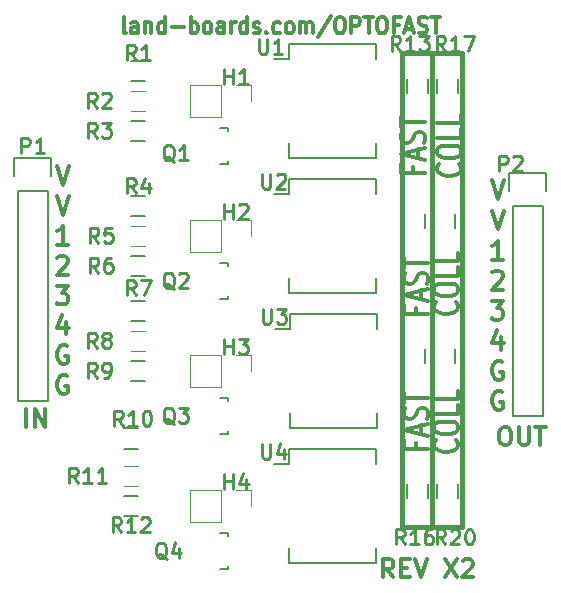
<source format=gbr>
G04 #@! TF.FileFunction,Legend,Top*
%FSLAX46Y46*%
G04 Gerber Fmt 4.6, Leading zero omitted, Abs format (unit mm)*
G04 Created by KiCad (PCBNEW (after 2015-mar-04 BZR unknown)-product) date 6/8/2017 8:03:03 AM*
%MOMM*%
G01*
G04 APERTURE LIST*
%ADD10C,0.150000*%
%ADD11C,0.381000*%
%ADD12C,0.304800*%
%ADD13C,0.120000*%
%ADD14C,0.254000*%
G04 APERTURE END LIST*
D10*
D11*
X37592000Y-3556000D02*
X37592000Y-43688000D01*
X35052000Y-43688000D02*
X35052000Y-3556000D01*
X40132000Y-43688000D02*
X35052000Y-43688000D01*
X40132000Y-3556000D02*
X40132000Y-43688000D01*
X35052000Y-3556000D02*
X40132000Y-3556000D01*
D12*
X39841714Y-12990285D02*
X39938476Y-13062856D01*
X40035238Y-13280570D01*
X40035238Y-13425713D01*
X39938476Y-13643428D01*
X39744952Y-13788570D01*
X39551429Y-13861142D01*
X39164381Y-13933713D01*
X38874095Y-13933713D01*
X38487048Y-13861142D01*
X38293524Y-13788570D01*
X38100000Y-13643428D01*
X38003238Y-13425713D01*
X38003238Y-13280570D01*
X38100000Y-13062856D01*
X38196762Y-12990285D01*
X38003238Y-12046856D02*
X38003238Y-11756570D01*
X38100000Y-11611428D01*
X38293524Y-11466285D01*
X38680571Y-11393713D01*
X39357905Y-11393713D01*
X39744952Y-11466285D01*
X39938476Y-11611428D01*
X40035238Y-11756570D01*
X40035238Y-12046856D01*
X39938476Y-12191999D01*
X39744952Y-12337142D01*
X39357905Y-12409713D01*
X38680571Y-12409713D01*
X38293524Y-12337142D01*
X38100000Y-12191999D01*
X38003238Y-12046856D01*
X40035238Y-10014857D02*
X40035238Y-10740571D01*
X38003238Y-10740571D01*
X40035238Y-8781143D02*
X40035238Y-9506857D01*
X38003238Y-9506857D01*
X39587714Y-24674285D02*
X39684476Y-24746856D01*
X39781238Y-24964570D01*
X39781238Y-25109713D01*
X39684476Y-25327428D01*
X39490952Y-25472570D01*
X39297429Y-25545142D01*
X38910381Y-25617713D01*
X38620095Y-25617713D01*
X38233048Y-25545142D01*
X38039524Y-25472570D01*
X37846000Y-25327428D01*
X37749238Y-25109713D01*
X37749238Y-24964570D01*
X37846000Y-24746856D01*
X37942762Y-24674285D01*
X37749238Y-23730856D02*
X37749238Y-23440570D01*
X37846000Y-23295428D01*
X38039524Y-23150285D01*
X38426571Y-23077713D01*
X39103905Y-23077713D01*
X39490952Y-23150285D01*
X39684476Y-23295428D01*
X39781238Y-23440570D01*
X39781238Y-23730856D01*
X39684476Y-23875999D01*
X39490952Y-24021142D01*
X39103905Y-24093713D01*
X38426571Y-24093713D01*
X38039524Y-24021142D01*
X37846000Y-23875999D01*
X37749238Y-23730856D01*
X39781238Y-21698857D02*
X39781238Y-22424571D01*
X37749238Y-22424571D01*
X39781238Y-20465143D02*
X39781238Y-21190857D01*
X37749238Y-21190857D01*
X39587714Y-36358285D02*
X39684476Y-36430856D01*
X39781238Y-36648570D01*
X39781238Y-36793713D01*
X39684476Y-37011428D01*
X39490952Y-37156570D01*
X39297429Y-37229142D01*
X38910381Y-37301713D01*
X38620095Y-37301713D01*
X38233048Y-37229142D01*
X38039524Y-37156570D01*
X37846000Y-37011428D01*
X37749238Y-36793713D01*
X37749238Y-36648570D01*
X37846000Y-36430856D01*
X37942762Y-36358285D01*
X37749238Y-35414856D02*
X37749238Y-35124570D01*
X37846000Y-34979428D01*
X38039524Y-34834285D01*
X38426571Y-34761713D01*
X39103905Y-34761713D01*
X39490952Y-34834285D01*
X39684476Y-34979428D01*
X39781238Y-35124570D01*
X39781238Y-35414856D01*
X39684476Y-35559999D01*
X39490952Y-35705142D01*
X39103905Y-35777713D01*
X38426571Y-35777713D01*
X38039524Y-35705142D01*
X37846000Y-35559999D01*
X37749238Y-35414856D01*
X39781238Y-33382857D02*
X39781238Y-34108571D01*
X37749238Y-34108571D01*
X39781238Y-32149143D02*
X39781238Y-32874857D01*
X37749238Y-32874857D01*
X35922857Y-13171715D02*
X35922857Y-13679715D01*
X36987238Y-13679715D02*
X34955238Y-13679715D01*
X34955238Y-12954001D01*
X36406667Y-12446000D02*
X36406667Y-11720286D01*
X36987238Y-12591143D02*
X34955238Y-12083143D01*
X36987238Y-11575143D01*
X36890476Y-11139714D02*
X36987238Y-10922000D01*
X36987238Y-10559143D01*
X36890476Y-10414000D01*
X36793714Y-10341429D01*
X36600190Y-10268857D01*
X36406667Y-10268857D01*
X36213143Y-10341429D01*
X36116381Y-10414000D01*
X36019619Y-10559143D01*
X35922857Y-10849429D01*
X35826095Y-10994571D01*
X35729333Y-11067143D01*
X35535810Y-11139714D01*
X35342286Y-11139714D01*
X35148762Y-11067143D01*
X35052000Y-10994571D01*
X34955238Y-10849429D01*
X34955238Y-10486571D01*
X35052000Y-10268857D01*
X34955238Y-9833428D02*
X34955238Y-8962571D01*
X36987238Y-9398000D02*
X34955238Y-9398000D01*
X36176857Y-36539715D02*
X36176857Y-37047715D01*
X37241238Y-37047715D02*
X35209238Y-37047715D01*
X35209238Y-36322001D01*
X36660667Y-35814000D02*
X36660667Y-35088286D01*
X37241238Y-35959143D02*
X35209238Y-35451143D01*
X37241238Y-34943143D01*
X37144476Y-34507714D02*
X37241238Y-34290000D01*
X37241238Y-33927143D01*
X37144476Y-33782000D01*
X37047714Y-33709429D01*
X36854190Y-33636857D01*
X36660667Y-33636857D01*
X36467143Y-33709429D01*
X36370381Y-33782000D01*
X36273619Y-33927143D01*
X36176857Y-34217429D01*
X36080095Y-34362571D01*
X35983333Y-34435143D01*
X35789810Y-34507714D01*
X35596286Y-34507714D01*
X35402762Y-34435143D01*
X35306000Y-34362571D01*
X35209238Y-34217429D01*
X35209238Y-33854571D01*
X35306000Y-33636857D01*
X35209238Y-33201428D02*
X35209238Y-32330571D01*
X37241238Y-32766000D02*
X35209238Y-32766000D01*
X36176857Y-25109715D02*
X36176857Y-25617715D01*
X37241238Y-25617715D02*
X35209238Y-25617715D01*
X35209238Y-24892001D01*
X36660667Y-24384000D02*
X36660667Y-23658286D01*
X37241238Y-24529143D02*
X35209238Y-24021143D01*
X37241238Y-23513143D01*
X37144476Y-23077714D02*
X37241238Y-22860000D01*
X37241238Y-22497143D01*
X37144476Y-22352000D01*
X37047714Y-22279429D01*
X36854190Y-22206857D01*
X36660667Y-22206857D01*
X36467143Y-22279429D01*
X36370381Y-22352000D01*
X36273619Y-22497143D01*
X36176857Y-22787429D01*
X36080095Y-22932571D01*
X35983333Y-23005143D01*
X35789810Y-23077714D01*
X35596286Y-23077714D01*
X35402762Y-23005143D01*
X35306000Y-22932571D01*
X35209238Y-22787429D01*
X35209238Y-22424571D01*
X35306000Y-22206857D01*
X35209238Y-21771428D02*
X35209238Y-20900571D01*
X37241238Y-21336000D02*
X35209238Y-21336000D01*
X43628001Y-35243429D02*
X43918287Y-35243429D01*
X44063429Y-35316000D01*
X44208572Y-35461143D01*
X44281144Y-35751429D01*
X44281144Y-36259429D01*
X44208572Y-36549714D01*
X44063429Y-36694857D01*
X43918287Y-36767429D01*
X43628001Y-36767429D01*
X43482858Y-36694857D01*
X43337715Y-36549714D01*
X43265144Y-36259429D01*
X43265144Y-35751429D01*
X43337715Y-35461143D01*
X43482858Y-35316000D01*
X43628001Y-35243429D01*
X44934286Y-35243429D02*
X44934286Y-36477143D01*
X45006858Y-36622286D01*
X45079429Y-36694857D01*
X45224572Y-36767429D01*
X45514858Y-36767429D01*
X45660000Y-36694857D01*
X45732572Y-36622286D01*
X45805143Y-36477143D01*
X45805143Y-35243429D01*
X46313143Y-35243429D02*
X47184000Y-35243429D01*
X46748571Y-36767429D02*
X46748571Y-35243429D01*
X3205715Y-35243429D02*
X3205715Y-33719429D01*
X3931429Y-35243429D02*
X3931429Y-33719429D01*
X4802286Y-35243429D01*
X4802286Y-33719429D01*
X42612000Y-14355920D02*
X43120000Y-15956120D01*
X43628000Y-14355920D01*
X42612000Y-16901000D02*
X43120000Y-18501200D01*
X43628000Y-16901000D01*
X43555429Y-21046280D02*
X42684572Y-21046280D01*
X43120000Y-21046280D02*
X43120000Y-19446080D01*
X42974857Y-19674680D01*
X42829715Y-19827080D01*
X42684572Y-19903280D01*
X42684572Y-22143560D02*
X42757143Y-22067360D01*
X42902286Y-21991160D01*
X43265143Y-21991160D01*
X43410286Y-22067360D01*
X43482857Y-22143560D01*
X43555429Y-22295960D01*
X43555429Y-22448360D01*
X43482857Y-22676960D01*
X42612000Y-23591360D01*
X43555429Y-23591360D01*
X42612000Y-24536240D02*
X43555429Y-24536240D01*
X43047429Y-25145840D01*
X43265143Y-25145840D01*
X43410286Y-25222040D01*
X43482857Y-25298240D01*
X43555429Y-25450640D01*
X43555429Y-25831640D01*
X43482857Y-25984040D01*
X43410286Y-26060240D01*
X43265143Y-26136440D01*
X42829715Y-26136440D01*
X42684572Y-26060240D01*
X42612000Y-25984040D01*
X43410286Y-27614720D02*
X43410286Y-28681520D01*
X43047429Y-27005120D02*
X42684572Y-28148120D01*
X43628000Y-28148120D01*
X43519143Y-29702600D02*
X43374000Y-29626400D01*
X43156286Y-29626400D01*
X42938571Y-29702600D01*
X42793429Y-29855000D01*
X42720857Y-30007400D01*
X42648286Y-30312200D01*
X42648286Y-30540800D01*
X42720857Y-30845600D01*
X42793429Y-30998000D01*
X42938571Y-31150400D01*
X43156286Y-31226600D01*
X43301429Y-31226600D01*
X43519143Y-31150400D01*
X43591714Y-31074200D01*
X43591714Y-30540800D01*
X43301429Y-30540800D01*
X43519143Y-32247680D02*
X43374000Y-32171480D01*
X43156286Y-32171480D01*
X42938571Y-32247680D01*
X42793429Y-32400080D01*
X42720857Y-32552480D01*
X42648286Y-32857280D01*
X42648286Y-33085880D01*
X42720857Y-33390680D01*
X42793429Y-33543080D01*
X42938571Y-33695480D01*
X43156286Y-33771680D01*
X43301429Y-33771680D01*
X43519143Y-33695480D01*
X43591714Y-33619280D01*
X43591714Y-33085880D01*
X43301429Y-33085880D01*
X5782000Y-13155105D02*
X6290000Y-14742605D01*
X6798000Y-13155105D01*
X5782000Y-15682405D02*
X6290000Y-17269905D01*
X6798000Y-15682405D01*
X6725429Y-19797205D02*
X5854572Y-19797205D01*
X6290000Y-19797205D02*
X6290000Y-18209705D01*
X6144857Y-18436490D01*
X5999715Y-18587681D01*
X5854572Y-18663276D01*
X5854572Y-20888195D02*
X5927143Y-20812600D01*
X6072286Y-20737005D01*
X6435143Y-20737005D01*
X6580286Y-20812600D01*
X6652857Y-20888195D01*
X6725429Y-21039386D01*
X6725429Y-21190576D01*
X6652857Y-21417362D01*
X5782000Y-22324505D01*
X6725429Y-22324505D01*
X5782000Y-23264305D02*
X6725429Y-23264305D01*
X6217429Y-23869067D01*
X6435143Y-23869067D01*
X6580286Y-23944662D01*
X6652857Y-24020257D01*
X6725429Y-24171448D01*
X6725429Y-24549424D01*
X6652857Y-24700614D01*
X6580286Y-24776210D01*
X6435143Y-24851805D01*
X5999715Y-24851805D01*
X5854572Y-24776210D01*
X5782000Y-24700614D01*
X6580286Y-26320771D02*
X6580286Y-27379105D01*
X6217429Y-25716010D02*
X5854572Y-26849938D01*
X6798000Y-26849938D01*
X6689143Y-28394500D02*
X6544000Y-28318905D01*
X6326286Y-28318905D01*
X6108571Y-28394500D01*
X5963429Y-28545690D01*
X5890857Y-28696881D01*
X5818286Y-28999262D01*
X5818286Y-29226048D01*
X5890857Y-29528429D01*
X5963429Y-29679619D01*
X6108571Y-29830810D01*
X6326286Y-29906405D01*
X6471429Y-29906405D01*
X6689143Y-29830810D01*
X6761714Y-29755214D01*
X6761714Y-29226048D01*
X6471429Y-29226048D01*
X6689143Y-30921800D02*
X6544000Y-30846205D01*
X6326286Y-30846205D01*
X6108571Y-30921800D01*
X5963429Y-31072990D01*
X5890857Y-31224181D01*
X5818286Y-31526562D01*
X5818286Y-31753348D01*
X5890857Y-32055729D01*
X5963429Y-32206919D01*
X6108571Y-32358110D01*
X6326286Y-32433705D01*
X6471429Y-32433705D01*
X6689143Y-32358110D01*
X6761714Y-32282514D01*
X6761714Y-31753348D01*
X6471429Y-31753348D01*
X11641667Y-1901976D02*
X11520714Y-1835452D01*
X11460238Y-1702405D01*
X11460238Y-504976D01*
X12669762Y-1901976D02*
X12669762Y-1170214D01*
X12609285Y-1037167D01*
X12488333Y-970643D01*
X12246428Y-970643D01*
X12125476Y-1037167D01*
X12669762Y-1835452D02*
X12548809Y-1901976D01*
X12246428Y-1901976D01*
X12125476Y-1835452D01*
X12065000Y-1702405D01*
X12065000Y-1569357D01*
X12125476Y-1436310D01*
X12246428Y-1369786D01*
X12548809Y-1369786D01*
X12669762Y-1303262D01*
X13274524Y-970643D02*
X13274524Y-1901976D01*
X13274524Y-1103690D02*
X13335000Y-1037167D01*
X13455953Y-970643D01*
X13637381Y-970643D01*
X13758333Y-1037167D01*
X13818810Y-1170214D01*
X13818810Y-1901976D01*
X14967858Y-1901976D02*
X14967858Y-504976D01*
X14967858Y-1835452D02*
X14846905Y-1901976D01*
X14605001Y-1901976D01*
X14484048Y-1835452D01*
X14423572Y-1768929D01*
X14363096Y-1635881D01*
X14363096Y-1236738D01*
X14423572Y-1103690D01*
X14484048Y-1037167D01*
X14605001Y-970643D01*
X14846905Y-970643D01*
X14967858Y-1037167D01*
X15572620Y-1369786D02*
X16540239Y-1369786D01*
X17145001Y-1901976D02*
X17145001Y-504976D01*
X17145001Y-1037167D02*
X17265953Y-970643D01*
X17507858Y-970643D01*
X17628810Y-1037167D01*
X17689287Y-1103690D01*
X17749763Y-1236738D01*
X17749763Y-1635881D01*
X17689287Y-1768929D01*
X17628810Y-1835452D01*
X17507858Y-1901976D01*
X17265953Y-1901976D01*
X17145001Y-1835452D01*
X18475478Y-1901976D02*
X18354525Y-1835452D01*
X18294049Y-1768929D01*
X18233573Y-1635881D01*
X18233573Y-1236738D01*
X18294049Y-1103690D01*
X18354525Y-1037167D01*
X18475478Y-970643D01*
X18656906Y-970643D01*
X18777858Y-1037167D01*
X18838335Y-1103690D01*
X18898811Y-1236738D01*
X18898811Y-1635881D01*
X18838335Y-1768929D01*
X18777858Y-1835452D01*
X18656906Y-1901976D01*
X18475478Y-1901976D01*
X19987383Y-1901976D02*
X19987383Y-1170214D01*
X19926906Y-1037167D01*
X19805954Y-970643D01*
X19564049Y-970643D01*
X19443097Y-1037167D01*
X19987383Y-1835452D02*
X19866430Y-1901976D01*
X19564049Y-1901976D01*
X19443097Y-1835452D01*
X19382621Y-1702405D01*
X19382621Y-1569357D01*
X19443097Y-1436310D01*
X19564049Y-1369786D01*
X19866430Y-1369786D01*
X19987383Y-1303262D01*
X20592145Y-1901976D02*
X20592145Y-970643D01*
X20592145Y-1236738D02*
X20652621Y-1103690D01*
X20713097Y-1037167D01*
X20834050Y-970643D01*
X20955002Y-970643D01*
X21922621Y-1901976D02*
X21922621Y-504976D01*
X21922621Y-1835452D02*
X21801668Y-1901976D01*
X21559764Y-1901976D01*
X21438811Y-1835452D01*
X21378335Y-1768929D01*
X21317859Y-1635881D01*
X21317859Y-1236738D01*
X21378335Y-1103690D01*
X21438811Y-1037167D01*
X21559764Y-970643D01*
X21801668Y-970643D01*
X21922621Y-1037167D01*
X22466907Y-1835452D02*
X22587859Y-1901976D01*
X22829764Y-1901976D01*
X22950716Y-1835452D01*
X23011192Y-1702405D01*
X23011192Y-1635881D01*
X22950716Y-1502833D01*
X22829764Y-1436310D01*
X22648335Y-1436310D01*
X22527383Y-1369786D01*
X22466907Y-1236738D01*
X22466907Y-1170214D01*
X22527383Y-1037167D01*
X22648335Y-970643D01*
X22829764Y-970643D01*
X22950716Y-1037167D01*
X23555478Y-1768929D02*
X23615954Y-1835452D01*
X23555478Y-1901976D01*
X23495002Y-1835452D01*
X23555478Y-1768929D01*
X23555478Y-1901976D01*
X24704526Y-1835452D02*
X24583573Y-1901976D01*
X24341669Y-1901976D01*
X24220716Y-1835452D01*
X24160240Y-1768929D01*
X24099764Y-1635881D01*
X24099764Y-1236738D01*
X24160240Y-1103690D01*
X24220716Y-1037167D01*
X24341669Y-970643D01*
X24583573Y-970643D01*
X24704526Y-1037167D01*
X25430240Y-1901976D02*
X25309287Y-1835452D01*
X25248811Y-1768929D01*
X25188335Y-1635881D01*
X25188335Y-1236738D01*
X25248811Y-1103690D01*
X25309287Y-1037167D01*
X25430240Y-970643D01*
X25611668Y-970643D01*
X25732620Y-1037167D01*
X25793097Y-1103690D01*
X25853573Y-1236738D01*
X25853573Y-1635881D01*
X25793097Y-1768929D01*
X25732620Y-1835452D01*
X25611668Y-1901976D01*
X25430240Y-1901976D01*
X26397859Y-1901976D02*
X26397859Y-970643D01*
X26397859Y-1103690D02*
X26458335Y-1037167D01*
X26579288Y-970643D01*
X26760716Y-970643D01*
X26881668Y-1037167D01*
X26942145Y-1170214D01*
X26942145Y-1901976D01*
X26942145Y-1170214D02*
X27002621Y-1037167D01*
X27123573Y-970643D01*
X27305002Y-970643D01*
X27425954Y-1037167D01*
X27486430Y-1170214D01*
X27486430Y-1901976D01*
X28998335Y-438452D02*
X27909763Y-2234595D01*
X29663573Y-504976D02*
X29905477Y-504976D01*
X30026430Y-571500D01*
X30147382Y-704548D01*
X30207858Y-970643D01*
X30207858Y-1436310D01*
X30147382Y-1702405D01*
X30026430Y-1835452D01*
X29905477Y-1901976D01*
X29663573Y-1901976D01*
X29542620Y-1835452D01*
X29421668Y-1702405D01*
X29361192Y-1436310D01*
X29361192Y-970643D01*
X29421668Y-704548D01*
X29542620Y-571500D01*
X29663573Y-504976D01*
X30752144Y-1901976D02*
X30752144Y-504976D01*
X31235953Y-504976D01*
X31356906Y-571500D01*
X31417382Y-638024D01*
X31477858Y-771071D01*
X31477858Y-970643D01*
X31417382Y-1103690D01*
X31356906Y-1170214D01*
X31235953Y-1236738D01*
X30752144Y-1236738D01*
X31840715Y-504976D02*
X32566430Y-504976D01*
X32203573Y-1901976D02*
X32203573Y-504976D01*
X33231668Y-504976D02*
X33473572Y-504976D01*
X33594525Y-571500D01*
X33715477Y-704548D01*
X33775953Y-970643D01*
X33775953Y-1436310D01*
X33715477Y-1702405D01*
X33594525Y-1835452D01*
X33473572Y-1901976D01*
X33231668Y-1901976D01*
X33110715Y-1835452D01*
X32989763Y-1702405D01*
X32929287Y-1436310D01*
X32929287Y-970643D01*
X32989763Y-704548D01*
X33110715Y-571500D01*
X33231668Y-504976D01*
X34743572Y-1170214D02*
X34320239Y-1170214D01*
X34320239Y-1901976D02*
X34320239Y-504976D01*
X34925001Y-504976D01*
X35348334Y-1502833D02*
X35953096Y-1502833D01*
X35227381Y-1901976D02*
X35650715Y-504976D01*
X36074048Y-1901976D01*
X36436905Y-1835452D02*
X36618333Y-1901976D01*
X36920714Y-1901976D01*
X37041667Y-1835452D01*
X37102143Y-1768929D01*
X37162619Y-1635881D01*
X37162619Y-1502833D01*
X37102143Y-1369786D01*
X37041667Y-1303262D01*
X36920714Y-1236738D01*
X36678810Y-1170214D01*
X36557857Y-1103690D01*
X36497381Y-1037167D01*
X36436905Y-904119D01*
X36436905Y-771071D01*
X36497381Y-638024D01*
X36557857Y-571500D01*
X36678810Y-504976D01*
X36981190Y-504976D01*
X37162619Y-571500D01*
X37525476Y-504976D02*
X38251191Y-504976D01*
X37888334Y-1901976D02*
X37888334Y-504976D01*
X34308142Y-47933429D02*
X33800142Y-47207714D01*
X33437285Y-47933429D02*
X33437285Y-46409429D01*
X34017857Y-46409429D01*
X34162999Y-46482000D01*
X34235571Y-46554571D01*
X34308142Y-46699714D01*
X34308142Y-46917429D01*
X34235571Y-47062571D01*
X34162999Y-47135143D01*
X34017857Y-47207714D01*
X33437285Y-47207714D01*
X34961285Y-47135143D02*
X35469285Y-47135143D01*
X35686999Y-47933429D02*
X34961285Y-47933429D01*
X34961285Y-46409429D01*
X35686999Y-46409429D01*
X36122428Y-46409429D02*
X36630428Y-47933429D01*
X37138428Y-46409429D01*
X38662428Y-46409429D02*
X39678428Y-47933429D01*
X39678428Y-46409429D02*
X38662428Y-47933429D01*
X40186429Y-46554571D02*
X40259000Y-46482000D01*
X40404143Y-46409429D01*
X40767000Y-46409429D01*
X40912143Y-46482000D01*
X40984714Y-46554571D01*
X41057286Y-46699714D01*
X41057286Y-46844857D01*
X40984714Y-47062571D01*
X40113857Y-47933429D01*
X41057286Y-47933429D01*
D10*
X13300000Y-5955000D02*
X12100000Y-5955000D01*
X12100000Y-4205000D02*
X13300000Y-4205000D01*
X39737000Y-5750000D02*
X39737000Y-6950000D01*
X37987000Y-6950000D02*
X37987000Y-5750000D01*
X13300000Y-17385000D02*
X12100000Y-17385000D01*
X12100000Y-15635000D02*
X13300000Y-15635000D01*
X39483000Y-17180000D02*
X39483000Y-18380000D01*
X37733000Y-18380000D02*
X37733000Y-17180000D01*
X13300000Y-26275000D02*
X12100000Y-26275000D01*
X12100000Y-24525000D02*
X13300000Y-24525000D01*
X39483000Y-28610000D02*
X39483000Y-29810000D01*
X37733000Y-29810000D02*
X37733000Y-28610000D01*
X12665000Y-37070000D02*
X11465000Y-37070000D01*
X11465000Y-35320000D02*
X12665000Y-35320000D01*
X39737000Y-40040000D02*
X39737000Y-41240000D01*
X37987000Y-41240000D02*
X37987000Y-40040000D01*
X25475000Y-2795000D02*
X25475000Y-4065000D01*
X32825000Y-2795000D02*
X32825000Y-4065000D01*
X32825000Y-12465000D02*
X32825000Y-11195000D01*
X25475000Y-12465000D02*
X25475000Y-11195000D01*
X25475000Y-2795000D02*
X32825000Y-2795000D01*
X25475000Y-12465000D02*
X32825000Y-12465000D01*
X25475000Y-4065000D02*
X24190000Y-4065000D01*
X25475000Y-14225000D02*
X25475000Y-15495000D01*
X32825000Y-14225000D02*
X32825000Y-15495000D01*
X32825000Y-23895000D02*
X32825000Y-22625000D01*
X25475000Y-23895000D02*
X25475000Y-22625000D01*
X25475000Y-14225000D02*
X32825000Y-14225000D01*
X25475000Y-23895000D02*
X32825000Y-23895000D01*
X25475000Y-15495000D02*
X24190000Y-15495000D01*
X25535000Y-25645000D02*
X25535000Y-26915000D01*
X32885000Y-25645000D02*
X32885000Y-26915000D01*
X32885000Y-35315000D02*
X32885000Y-34045000D01*
X25535000Y-35315000D02*
X25535000Y-34045000D01*
X25535000Y-25645000D02*
X32885000Y-25645000D01*
X25535000Y-35315000D02*
X32885000Y-35315000D01*
X25535000Y-26915000D02*
X24250000Y-26915000D01*
X25475000Y-37085000D02*
X25475000Y-38355000D01*
X32825000Y-37085000D02*
X32825000Y-38355000D01*
X32825000Y-46755000D02*
X32825000Y-45485000D01*
X25475000Y-46755000D02*
X25475000Y-45485000D01*
X25475000Y-37085000D02*
X32825000Y-37085000D01*
X25475000Y-46755000D02*
X32825000Y-46755000D01*
X25475000Y-38355000D02*
X24190000Y-38355000D01*
X19634200Y-9930180D02*
X20335240Y-9930180D01*
X20335240Y-9930180D02*
X20335240Y-10179100D01*
X20335240Y-12729160D02*
X20335240Y-12929820D01*
X20335240Y-12929820D02*
X19634200Y-12929820D01*
X19634200Y-21360180D02*
X20335240Y-21360180D01*
X20335240Y-21360180D02*
X20335240Y-21609100D01*
X20335240Y-24159160D02*
X20335240Y-24359820D01*
X20335240Y-24359820D02*
X19634200Y-24359820D01*
X19634200Y-32790180D02*
X20335240Y-32790180D01*
X20335240Y-32790180D02*
X20335240Y-33039100D01*
X20335240Y-35589160D02*
X20335240Y-35789820D01*
X20335240Y-35789820D02*
X19634200Y-35789820D01*
X19634200Y-44220180D02*
X20335240Y-44220180D01*
X20335240Y-44220180D02*
X20335240Y-44469100D01*
X20335240Y-47019160D02*
X20335240Y-47219820D01*
X20335240Y-47219820D02*
X19634200Y-47219820D01*
X5020000Y-15250000D02*
X5020000Y-33030000D01*
X5020000Y-33030000D02*
X2480000Y-33030000D01*
X2480000Y-33030000D02*
X2480000Y-15250000D01*
X5300000Y-12430000D02*
X5300000Y-13980000D01*
X5020000Y-15250000D02*
X2480000Y-15250000D01*
X2200000Y-13980000D02*
X2200000Y-12430000D01*
X2200000Y-12430000D02*
X5300000Y-12430000D01*
X46930000Y-16520000D02*
X46930000Y-34300000D01*
X46930000Y-34300000D02*
X44390000Y-34300000D01*
X44390000Y-34300000D02*
X44390000Y-16520000D01*
X47210000Y-13700000D02*
X47210000Y-15250000D01*
X46930000Y-16520000D02*
X44390000Y-16520000D01*
X44110000Y-15250000D02*
X44110000Y-13700000D01*
X44110000Y-13700000D02*
X47210000Y-13700000D01*
X35447000Y-6950000D02*
X35447000Y-5750000D01*
X37197000Y-5750000D02*
X37197000Y-6950000D01*
X35193000Y-18380000D02*
X35193000Y-17180000D01*
X36943000Y-17180000D02*
X36943000Y-18380000D01*
X35193000Y-29810000D02*
X35193000Y-28610000D01*
X36943000Y-28610000D02*
X36943000Y-29810000D01*
X35447000Y-41240000D02*
X35447000Y-40040000D01*
X37197000Y-40040000D02*
X37197000Y-41240000D01*
X13300000Y-11035000D02*
X12100000Y-11035000D01*
X12100000Y-9285000D02*
X13300000Y-9285000D01*
X13300000Y-22465000D02*
X12100000Y-22465000D01*
X12100000Y-20715000D02*
X13300000Y-20715000D01*
X13300000Y-31355000D02*
X12100000Y-31355000D01*
X12100000Y-29605000D02*
X13300000Y-29605000D01*
X12665000Y-42785000D02*
X11465000Y-42785000D01*
X11465000Y-41035000D02*
X12665000Y-41035000D01*
D13*
X19685000Y-6290000D02*
X17085000Y-6290000D01*
X17085000Y-6290000D02*
X17085000Y-8950000D01*
X17085000Y-8950000D02*
X19685000Y-8950000D01*
X19685000Y-8950000D02*
X19685000Y-6290000D01*
X20955000Y-6290000D02*
X22285000Y-6290000D01*
X22285000Y-6290000D02*
X22285000Y-7620000D01*
X19685000Y-17720000D02*
X17085000Y-17720000D01*
X17085000Y-17720000D02*
X17085000Y-20380000D01*
X17085000Y-20380000D02*
X19685000Y-20380000D01*
X19685000Y-20380000D02*
X19685000Y-17720000D01*
X20955000Y-17720000D02*
X22285000Y-17720000D01*
X22285000Y-17720000D02*
X22285000Y-19050000D01*
X19685000Y-29150000D02*
X17085000Y-29150000D01*
X17085000Y-29150000D02*
X17085000Y-31810000D01*
X17085000Y-31810000D02*
X19685000Y-31810000D01*
X19685000Y-31810000D02*
X19685000Y-29150000D01*
X20955000Y-29150000D02*
X22285000Y-29150000D01*
X22285000Y-29150000D02*
X22285000Y-30480000D01*
X19685000Y-40580000D02*
X17085000Y-40580000D01*
X17085000Y-40580000D02*
X17085000Y-43240000D01*
X17085000Y-43240000D02*
X19685000Y-43240000D01*
X19685000Y-43240000D02*
X19685000Y-40580000D01*
X20955000Y-40580000D02*
X22285000Y-40580000D01*
X22285000Y-40580000D02*
X22285000Y-41910000D01*
X13300000Y-8500000D02*
X12100000Y-8500000D01*
X12100000Y-6740000D02*
X13300000Y-6740000D01*
X13300000Y-19930000D02*
X12100000Y-19930000D01*
X12100000Y-18170000D02*
X13300000Y-18170000D01*
X13300000Y-28820000D02*
X12100000Y-28820000D01*
X12100000Y-27060000D02*
X13300000Y-27060000D01*
X12665000Y-40250000D02*
X11465000Y-40250000D01*
X11465000Y-38490000D02*
X12665000Y-38490000D01*
D14*
X12488333Y-4130524D02*
X12065000Y-3525762D01*
X11762619Y-4130524D02*
X11762619Y-2860524D01*
X12246428Y-2860524D01*
X12367381Y-2921000D01*
X12427857Y-2981476D01*
X12488333Y-3102429D01*
X12488333Y-3283857D01*
X12427857Y-3404810D01*
X12367381Y-3465286D01*
X12246428Y-3525762D01*
X11762619Y-3525762D01*
X13697857Y-4130524D02*
X12972143Y-4130524D01*
X13335000Y-4130524D02*
X13335000Y-2860524D01*
X13214048Y-3041952D01*
X13093095Y-3162905D01*
X12972143Y-3223381D01*
X38680571Y-3368524D02*
X38257238Y-2763762D01*
X37954857Y-3368524D02*
X37954857Y-2098524D01*
X38438666Y-2098524D01*
X38559619Y-2159000D01*
X38620095Y-2219476D01*
X38680571Y-2340429D01*
X38680571Y-2521857D01*
X38620095Y-2642810D01*
X38559619Y-2703286D01*
X38438666Y-2763762D01*
X37954857Y-2763762D01*
X39890095Y-3368524D02*
X39164381Y-3368524D01*
X39527238Y-3368524D02*
X39527238Y-2098524D01*
X39406286Y-2279952D01*
X39285333Y-2400905D01*
X39164381Y-2461381D01*
X40313429Y-2098524D02*
X41160095Y-2098524D01*
X40615810Y-3368524D01*
X12488333Y-15433524D02*
X12065000Y-14828762D01*
X11762619Y-15433524D02*
X11762619Y-14163524D01*
X12246428Y-14163524D01*
X12367381Y-14224000D01*
X12427857Y-14284476D01*
X12488333Y-14405429D01*
X12488333Y-14586857D01*
X12427857Y-14707810D01*
X12367381Y-14768286D01*
X12246428Y-14828762D01*
X11762619Y-14828762D01*
X13576905Y-14586857D02*
X13576905Y-15433524D01*
X13274524Y-14103048D02*
X12972143Y-15010190D01*
X13758333Y-15010190D01*
X12488333Y-24069524D02*
X12065000Y-23464762D01*
X11762619Y-24069524D02*
X11762619Y-22799524D01*
X12246428Y-22799524D01*
X12367381Y-22860000D01*
X12427857Y-22920476D01*
X12488333Y-23041429D01*
X12488333Y-23222857D01*
X12427857Y-23343810D01*
X12367381Y-23404286D01*
X12246428Y-23464762D01*
X11762619Y-23464762D01*
X12911667Y-22799524D02*
X13758333Y-22799524D01*
X13214048Y-24069524D01*
X11375571Y-35118524D02*
X10952238Y-34513762D01*
X10649857Y-35118524D02*
X10649857Y-33848524D01*
X11133666Y-33848524D01*
X11254619Y-33909000D01*
X11315095Y-33969476D01*
X11375571Y-34090429D01*
X11375571Y-34271857D01*
X11315095Y-34392810D01*
X11254619Y-34453286D01*
X11133666Y-34513762D01*
X10649857Y-34513762D01*
X12585095Y-35118524D02*
X11859381Y-35118524D01*
X12222238Y-35118524D02*
X12222238Y-33848524D01*
X12101286Y-34029952D01*
X11980333Y-34150905D01*
X11859381Y-34211381D01*
X13371286Y-33848524D02*
X13492238Y-33848524D01*
X13613190Y-33909000D01*
X13673667Y-33969476D01*
X13734143Y-34090429D01*
X13794619Y-34332333D01*
X13794619Y-34634714D01*
X13734143Y-34876619D01*
X13673667Y-34997571D01*
X13613190Y-35058048D01*
X13492238Y-35118524D01*
X13371286Y-35118524D01*
X13250333Y-35058048D01*
X13189857Y-34997571D01*
X13129381Y-34876619D01*
X13068905Y-34634714D01*
X13068905Y-34332333D01*
X13129381Y-34090429D01*
X13189857Y-33969476D01*
X13250333Y-33909000D01*
X13371286Y-33848524D01*
X38680571Y-45151524D02*
X38257238Y-44546762D01*
X37954857Y-45151524D02*
X37954857Y-43881524D01*
X38438666Y-43881524D01*
X38559619Y-43942000D01*
X38620095Y-44002476D01*
X38680571Y-44123429D01*
X38680571Y-44304857D01*
X38620095Y-44425810D01*
X38559619Y-44486286D01*
X38438666Y-44546762D01*
X37954857Y-44546762D01*
X39164381Y-44002476D02*
X39224857Y-43942000D01*
X39345809Y-43881524D01*
X39648190Y-43881524D01*
X39769143Y-43942000D01*
X39829619Y-44002476D01*
X39890095Y-44123429D01*
X39890095Y-44244381D01*
X39829619Y-44425810D01*
X39103905Y-45151524D01*
X39890095Y-45151524D01*
X40676286Y-43881524D02*
X40797238Y-43881524D01*
X40918190Y-43942000D01*
X40978667Y-44002476D01*
X41039143Y-44123429D01*
X41099619Y-44365333D01*
X41099619Y-44667714D01*
X41039143Y-44909619D01*
X40978667Y-45030571D01*
X40918190Y-45091048D01*
X40797238Y-45151524D01*
X40676286Y-45151524D01*
X40555333Y-45091048D01*
X40494857Y-45030571D01*
X40434381Y-44909619D01*
X40373905Y-44667714D01*
X40373905Y-44365333D01*
X40434381Y-44123429D01*
X40494857Y-44002476D01*
X40555333Y-43942000D01*
X40676286Y-43881524D01*
X22908381Y-2352524D02*
X22908381Y-3380619D01*
X22968857Y-3501571D01*
X23029333Y-3562048D01*
X23150286Y-3622524D01*
X23392190Y-3622524D01*
X23513143Y-3562048D01*
X23573619Y-3501571D01*
X23634095Y-3380619D01*
X23634095Y-2352524D01*
X24904095Y-3622524D02*
X24178381Y-3622524D01*
X24541238Y-3622524D02*
X24541238Y-2352524D01*
X24420286Y-2533952D01*
X24299333Y-2654905D01*
X24178381Y-2715381D01*
X23162381Y-13782524D02*
X23162381Y-14810619D01*
X23222857Y-14931571D01*
X23283333Y-14992048D01*
X23404286Y-15052524D01*
X23646190Y-15052524D01*
X23767143Y-14992048D01*
X23827619Y-14931571D01*
X23888095Y-14810619D01*
X23888095Y-13782524D01*
X24432381Y-13903476D02*
X24492857Y-13843000D01*
X24613809Y-13782524D01*
X24916190Y-13782524D01*
X25037143Y-13843000D01*
X25097619Y-13903476D01*
X25158095Y-14024429D01*
X25158095Y-14145381D01*
X25097619Y-14326810D01*
X24371905Y-15052524D01*
X25158095Y-15052524D01*
X23222381Y-25202524D02*
X23222381Y-26230619D01*
X23282857Y-26351571D01*
X23343333Y-26412048D01*
X23464286Y-26472524D01*
X23706190Y-26472524D01*
X23827143Y-26412048D01*
X23887619Y-26351571D01*
X23948095Y-26230619D01*
X23948095Y-25202524D01*
X24431905Y-25202524D02*
X25218095Y-25202524D01*
X24794762Y-25686333D01*
X24976190Y-25686333D01*
X25097143Y-25746810D01*
X25157619Y-25807286D01*
X25218095Y-25928238D01*
X25218095Y-26230619D01*
X25157619Y-26351571D01*
X25097143Y-26412048D01*
X24976190Y-26472524D01*
X24613333Y-26472524D01*
X24492381Y-26412048D01*
X24431905Y-26351571D01*
X23162381Y-36642524D02*
X23162381Y-37670619D01*
X23222857Y-37791571D01*
X23283333Y-37852048D01*
X23404286Y-37912524D01*
X23646190Y-37912524D01*
X23767143Y-37852048D01*
X23827619Y-37791571D01*
X23888095Y-37670619D01*
X23888095Y-36642524D01*
X25037143Y-37065857D02*
X25037143Y-37912524D01*
X24734762Y-36582048D02*
X24432381Y-37489190D01*
X25218571Y-37489190D01*
X15754048Y-12760476D02*
X15633095Y-12700000D01*
X15512143Y-12579048D01*
X15330714Y-12397619D01*
X15209762Y-12337143D01*
X15088810Y-12337143D01*
X15149286Y-12639524D02*
X15028333Y-12579048D01*
X14907381Y-12458095D01*
X14846905Y-12216190D01*
X14846905Y-11792857D01*
X14907381Y-11550952D01*
X15028333Y-11430000D01*
X15149286Y-11369524D01*
X15391190Y-11369524D01*
X15512143Y-11430000D01*
X15633095Y-11550952D01*
X15693571Y-11792857D01*
X15693571Y-12216190D01*
X15633095Y-12458095D01*
X15512143Y-12579048D01*
X15391190Y-12639524D01*
X15149286Y-12639524D01*
X16903095Y-12639524D02*
X16177381Y-12639524D01*
X16540238Y-12639524D02*
X16540238Y-11369524D01*
X16419286Y-11550952D01*
X16298333Y-11671905D01*
X16177381Y-11732381D01*
X15754048Y-23555476D02*
X15633095Y-23495000D01*
X15512143Y-23374048D01*
X15330714Y-23192619D01*
X15209762Y-23132143D01*
X15088810Y-23132143D01*
X15149286Y-23434524D02*
X15028333Y-23374048D01*
X14907381Y-23253095D01*
X14846905Y-23011190D01*
X14846905Y-22587857D01*
X14907381Y-22345952D01*
X15028333Y-22225000D01*
X15149286Y-22164524D01*
X15391190Y-22164524D01*
X15512143Y-22225000D01*
X15633095Y-22345952D01*
X15693571Y-22587857D01*
X15693571Y-23011190D01*
X15633095Y-23253095D01*
X15512143Y-23374048D01*
X15391190Y-23434524D01*
X15149286Y-23434524D01*
X16177381Y-22285476D02*
X16237857Y-22225000D01*
X16358809Y-22164524D01*
X16661190Y-22164524D01*
X16782143Y-22225000D01*
X16842619Y-22285476D01*
X16903095Y-22406429D01*
X16903095Y-22527381D01*
X16842619Y-22708810D01*
X16116905Y-23434524D01*
X16903095Y-23434524D01*
X15754048Y-34985476D02*
X15633095Y-34925000D01*
X15512143Y-34804048D01*
X15330714Y-34622619D01*
X15209762Y-34562143D01*
X15088810Y-34562143D01*
X15149286Y-34864524D02*
X15028333Y-34804048D01*
X14907381Y-34683095D01*
X14846905Y-34441190D01*
X14846905Y-34017857D01*
X14907381Y-33775952D01*
X15028333Y-33655000D01*
X15149286Y-33594524D01*
X15391190Y-33594524D01*
X15512143Y-33655000D01*
X15633095Y-33775952D01*
X15693571Y-34017857D01*
X15693571Y-34441190D01*
X15633095Y-34683095D01*
X15512143Y-34804048D01*
X15391190Y-34864524D01*
X15149286Y-34864524D01*
X16116905Y-33594524D02*
X16903095Y-33594524D01*
X16479762Y-34078333D01*
X16661190Y-34078333D01*
X16782143Y-34138810D01*
X16842619Y-34199286D01*
X16903095Y-34320238D01*
X16903095Y-34622619D01*
X16842619Y-34743571D01*
X16782143Y-34804048D01*
X16661190Y-34864524D01*
X16298333Y-34864524D01*
X16177381Y-34804048D01*
X16116905Y-34743571D01*
X15119048Y-46415476D02*
X14998095Y-46355000D01*
X14877143Y-46234048D01*
X14695714Y-46052619D01*
X14574762Y-45992143D01*
X14453810Y-45992143D01*
X14514286Y-46294524D02*
X14393333Y-46234048D01*
X14272381Y-46113095D01*
X14211905Y-45871190D01*
X14211905Y-45447857D01*
X14272381Y-45205952D01*
X14393333Y-45085000D01*
X14514286Y-45024524D01*
X14756190Y-45024524D01*
X14877143Y-45085000D01*
X14998095Y-45205952D01*
X15058571Y-45447857D01*
X15058571Y-45871190D01*
X14998095Y-46113095D01*
X14877143Y-46234048D01*
X14756190Y-46294524D01*
X14514286Y-46294524D01*
X16147143Y-45447857D02*
X16147143Y-46294524D01*
X15844762Y-44964048D02*
X15542381Y-45871190D01*
X16328571Y-45871190D01*
X2812619Y-12014524D02*
X2812619Y-10744524D01*
X3296428Y-10744524D01*
X3417381Y-10805000D01*
X3477857Y-10865476D01*
X3538333Y-10986429D01*
X3538333Y-11167857D01*
X3477857Y-11288810D01*
X3417381Y-11349286D01*
X3296428Y-11409762D01*
X2812619Y-11409762D01*
X4747857Y-12014524D02*
X4022143Y-12014524D01*
X4385000Y-12014524D02*
X4385000Y-10744524D01*
X4264048Y-10925952D01*
X4143095Y-11046905D01*
X4022143Y-11107381D01*
X43258619Y-13528524D02*
X43258619Y-12258524D01*
X43742428Y-12258524D01*
X43863381Y-12319000D01*
X43923857Y-12379476D01*
X43984333Y-12500429D01*
X43984333Y-12681857D01*
X43923857Y-12802810D01*
X43863381Y-12863286D01*
X43742428Y-12923762D01*
X43258619Y-12923762D01*
X44468143Y-12379476D02*
X44528619Y-12319000D01*
X44649571Y-12258524D01*
X44951952Y-12258524D01*
X45072905Y-12319000D01*
X45133381Y-12379476D01*
X45193857Y-12500429D01*
X45193857Y-12621381D01*
X45133381Y-12802810D01*
X44407667Y-13528524D01*
X45193857Y-13528524D01*
X34870571Y-3368524D02*
X34447238Y-2763762D01*
X34144857Y-3368524D02*
X34144857Y-2098524D01*
X34628666Y-2098524D01*
X34749619Y-2159000D01*
X34810095Y-2219476D01*
X34870571Y-2340429D01*
X34870571Y-2521857D01*
X34810095Y-2642810D01*
X34749619Y-2703286D01*
X34628666Y-2763762D01*
X34144857Y-2763762D01*
X36080095Y-3368524D02*
X35354381Y-3368524D01*
X35717238Y-3368524D02*
X35717238Y-2098524D01*
X35596286Y-2279952D01*
X35475333Y-2400905D01*
X35354381Y-2461381D01*
X36503429Y-2098524D02*
X37289619Y-2098524D01*
X36866286Y-2582333D01*
X37047714Y-2582333D01*
X37168667Y-2642810D01*
X37229143Y-2703286D01*
X37289619Y-2824238D01*
X37289619Y-3126619D01*
X37229143Y-3247571D01*
X37168667Y-3308048D01*
X37047714Y-3368524D01*
X36684857Y-3368524D01*
X36563905Y-3308048D01*
X36503429Y-3247571D01*
X35251571Y-45151524D02*
X34828238Y-44546762D01*
X34525857Y-45151524D02*
X34525857Y-43881524D01*
X35009666Y-43881524D01*
X35130619Y-43942000D01*
X35191095Y-44002476D01*
X35251571Y-44123429D01*
X35251571Y-44304857D01*
X35191095Y-44425810D01*
X35130619Y-44486286D01*
X35009666Y-44546762D01*
X34525857Y-44546762D01*
X36461095Y-45151524D02*
X35735381Y-45151524D01*
X36098238Y-45151524D02*
X36098238Y-43881524D01*
X35977286Y-44062952D01*
X35856333Y-44183905D01*
X35735381Y-44244381D01*
X37549667Y-43881524D02*
X37307762Y-43881524D01*
X37186810Y-43942000D01*
X37126333Y-44002476D01*
X37005381Y-44183905D01*
X36944905Y-44425810D01*
X36944905Y-44909619D01*
X37005381Y-45030571D01*
X37065857Y-45091048D01*
X37186810Y-45151524D01*
X37428714Y-45151524D01*
X37549667Y-45091048D01*
X37610143Y-45030571D01*
X37670619Y-44909619D01*
X37670619Y-44607238D01*
X37610143Y-44486286D01*
X37549667Y-44425810D01*
X37428714Y-44365333D01*
X37186810Y-44365333D01*
X37065857Y-44425810D01*
X37005381Y-44486286D01*
X36944905Y-44607238D01*
X9186333Y-10734524D02*
X8763000Y-10129762D01*
X8460619Y-10734524D02*
X8460619Y-9464524D01*
X8944428Y-9464524D01*
X9065381Y-9525000D01*
X9125857Y-9585476D01*
X9186333Y-9706429D01*
X9186333Y-9887857D01*
X9125857Y-10008810D01*
X9065381Y-10069286D01*
X8944428Y-10129762D01*
X8460619Y-10129762D01*
X9609667Y-9464524D02*
X10395857Y-9464524D01*
X9972524Y-9948333D01*
X10153952Y-9948333D01*
X10274905Y-10008810D01*
X10335381Y-10069286D01*
X10395857Y-10190238D01*
X10395857Y-10492619D01*
X10335381Y-10613571D01*
X10274905Y-10674048D01*
X10153952Y-10734524D01*
X9791095Y-10734524D01*
X9670143Y-10674048D01*
X9609667Y-10613571D01*
X9313333Y-22164524D02*
X8890000Y-21559762D01*
X8587619Y-22164524D02*
X8587619Y-20894524D01*
X9071428Y-20894524D01*
X9192381Y-20955000D01*
X9252857Y-21015476D01*
X9313333Y-21136429D01*
X9313333Y-21317857D01*
X9252857Y-21438810D01*
X9192381Y-21499286D01*
X9071428Y-21559762D01*
X8587619Y-21559762D01*
X10401905Y-20894524D02*
X10160000Y-20894524D01*
X10039048Y-20955000D01*
X9978571Y-21015476D01*
X9857619Y-21196905D01*
X9797143Y-21438810D01*
X9797143Y-21922619D01*
X9857619Y-22043571D01*
X9918095Y-22104048D01*
X10039048Y-22164524D01*
X10280952Y-22164524D01*
X10401905Y-22104048D01*
X10462381Y-22043571D01*
X10522857Y-21922619D01*
X10522857Y-21620238D01*
X10462381Y-21499286D01*
X10401905Y-21438810D01*
X10280952Y-21378333D01*
X10039048Y-21378333D01*
X9918095Y-21438810D01*
X9857619Y-21499286D01*
X9797143Y-21620238D01*
X9186333Y-31054524D02*
X8763000Y-30449762D01*
X8460619Y-31054524D02*
X8460619Y-29784524D01*
X8944428Y-29784524D01*
X9065381Y-29845000D01*
X9125857Y-29905476D01*
X9186333Y-30026429D01*
X9186333Y-30207857D01*
X9125857Y-30328810D01*
X9065381Y-30389286D01*
X8944428Y-30449762D01*
X8460619Y-30449762D01*
X9791095Y-31054524D02*
X10033000Y-31054524D01*
X10153952Y-30994048D01*
X10214428Y-30933571D01*
X10335381Y-30752143D01*
X10395857Y-30510238D01*
X10395857Y-30026429D01*
X10335381Y-29905476D01*
X10274905Y-29845000D01*
X10153952Y-29784524D01*
X9912048Y-29784524D01*
X9791095Y-29845000D01*
X9730619Y-29905476D01*
X9670143Y-30026429D01*
X9670143Y-30328810D01*
X9730619Y-30449762D01*
X9791095Y-30510238D01*
X9912048Y-30570714D01*
X10153952Y-30570714D01*
X10274905Y-30510238D01*
X10335381Y-30449762D01*
X10395857Y-30328810D01*
X11248571Y-44135524D02*
X10825238Y-43530762D01*
X10522857Y-44135524D02*
X10522857Y-42865524D01*
X11006666Y-42865524D01*
X11127619Y-42926000D01*
X11188095Y-42986476D01*
X11248571Y-43107429D01*
X11248571Y-43288857D01*
X11188095Y-43409810D01*
X11127619Y-43470286D01*
X11006666Y-43530762D01*
X10522857Y-43530762D01*
X12458095Y-44135524D02*
X11732381Y-44135524D01*
X12095238Y-44135524D02*
X12095238Y-42865524D01*
X11974286Y-43046952D01*
X11853333Y-43167905D01*
X11732381Y-43228381D01*
X12941905Y-42986476D02*
X13002381Y-42926000D01*
X13123333Y-42865524D01*
X13425714Y-42865524D01*
X13546667Y-42926000D01*
X13607143Y-42986476D01*
X13667619Y-43107429D01*
X13667619Y-43228381D01*
X13607143Y-43409810D01*
X12881429Y-44135524D01*
X13667619Y-44135524D01*
X19987381Y-6162524D02*
X19987381Y-4892524D01*
X19987381Y-5497286D02*
X20713095Y-5497286D01*
X20713095Y-6162524D02*
X20713095Y-4892524D01*
X21983095Y-6162524D02*
X21257381Y-6162524D01*
X21620238Y-6162524D02*
X21620238Y-4892524D01*
X21499286Y-5073952D01*
X21378333Y-5194905D01*
X21257381Y-5255381D01*
X19987381Y-17592524D02*
X19987381Y-16322524D01*
X19987381Y-16927286D02*
X20713095Y-16927286D01*
X20713095Y-17592524D02*
X20713095Y-16322524D01*
X21257381Y-16443476D02*
X21317857Y-16383000D01*
X21438809Y-16322524D01*
X21741190Y-16322524D01*
X21862143Y-16383000D01*
X21922619Y-16443476D01*
X21983095Y-16564429D01*
X21983095Y-16685381D01*
X21922619Y-16866810D01*
X21196905Y-17592524D01*
X21983095Y-17592524D01*
X19987381Y-29022524D02*
X19987381Y-27752524D01*
X19987381Y-28357286D02*
X20713095Y-28357286D01*
X20713095Y-29022524D02*
X20713095Y-27752524D01*
X21196905Y-27752524D02*
X21983095Y-27752524D01*
X21559762Y-28236333D01*
X21741190Y-28236333D01*
X21862143Y-28296810D01*
X21922619Y-28357286D01*
X21983095Y-28478238D01*
X21983095Y-28780619D01*
X21922619Y-28901571D01*
X21862143Y-28962048D01*
X21741190Y-29022524D01*
X21378333Y-29022524D01*
X21257381Y-28962048D01*
X21196905Y-28901571D01*
X19987381Y-40452524D02*
X19987381Y-39182524D01*
X19987381Y-39787286D02*
X20713095Y-39787286D01*
X20713095Y-40452524D02*
X20713095Y-39182524D01*
X21862143Y-39605857D02*
X21862143Y-40452524D01*
X21559762Y-39122048D02*
X21257381Y-40029190D01*
X22043571Y-40029190D01*
X9186333Y-8194524D02*
X8763000Y-7589762D01*
X8460619Y-8194524D02*
X8460619Y-6924524D01*
X8944428Y-6924524D01*
X9065381Y-6985000D01*
X9125857Y-7045476D01*
X9186333Y-7166429D01*
X9186333Y-7347857D01*
X9125857Y-7468810D01*
X9065381Y-7529286D01*
X8944428Y-7589762D01*
X8460619Y-7589762D01*
X9670143Y-7045476D02*
X9730619Y-6985000D01*
X9851571Y-6924524D01*
X10153952Y-6924524D01*
X10274905Y-6985000D01*
X10335381Y-7045476D01*
X10395857Y-7166429D01*
X10395857Y-7287381D01*
X10335381Y-7468810D01*
X9609667Y-8194524D01*
X10395857Y-8194524D01*
X9313333Y-19624524D02*
X8890000Y-19019762D01*
X8587619Y-19624524D02*
X8587619Y-18354524D01*
X9071428Y-18354524D01*
X9192381Y-18415000D01*
X9252857Y-18475476D01*
X9313333Y-18596429D01*
X9313333Y-18777857D01*
X9252857Y-18898810D01*
X9192381Y-18959286D01*
X9071428Y-19019762D01*
X8587619Y-19019762D01*
X10462381Y-18354524D02*
X9857619Y-18354524D01*
X9797143Y-18959286D01*
X9857619Y-18898810D01*
X9978571Y-18838333D01*
X10280952Y-18838333D01*
X10401905Y-18898810D01*
X10462381Y-18959286D01*
X10522857Y-19080238D01*
X10522857Y-19382619D01*
X10462381Y-19503571D01*
X10401905Y-19564048D01*
X10280952Y-19624524D01*
X9978571Y-19624524D01*
X9857619Y-19564048D01*
X9797143Y-19503571D01*
X9186333Y-28514524D02*
X8763000Y-27909762D01*
X8460619Y-28514524D02*
X8460619Y-27244524D01*
X8944428Y-27244524D01*
X9065381Y-27305000D01*
X9125857Y-27365476D01*
X9186333Y-27486429D01*
X9186333Y-27667857D01*
X9125857Y-27788810D01*
X9065381Y-27849286D01*
X8944428Y-27909762D01*
X8460619Y-27909762D01*
X9912048Y-27788810D02*
X9791095Y-27728333D01*
X9730619Y-27667857D01*
X9670143Y-27546905D01*
X9670143Y-27486429D01*
X9730619Y-27365476D01*
X9791095Y-27305000D01*
X9912048Y-27244524D01*
X10153952Y-27244524D01*
X10274905Y-27305000D01*
X10335381Y-27365476D01*
X10395857Y-27486429D01*
X10395857Y-27546905D01*
X10335381Y-27667857D01*
X10274905Y-27728333D01*
X10153952Y-27788810D01*
X9912048Y-27788810D01*
X9791095Y-27849286D01*
X9730619Y-27909762D01*
X9670143Y-28030714D01*
X9670143Y-28272619D01*
X9730619Y-28393571D01*
X9791095Y-28454048D01*
X9912048Y-28514524D01*
X10153952Y-28514524D01*
X10274905Y-28454048D01*
X10335381Y-28393571D01*
X10395857Y-28272619D01*
X10395857Y-28030714D01*
X10335381Y-27909762D01*
X10274905Y-27849286D01*
X10153952Y-27788810D01*
X7565571Y-39944524D02*
X7142238Y-39339762D01*
X6839857Y-39944524D02*
X6839857Y-38674524D01*
X7323666Y-38674524D01*
X7444619Y-38735000D01*
X7505095Y-38795476D01*
X7565571Y-38916429D01*
X7565571Y-39097857D01*
X7505095Y-39218810D01*
X7444619Y-39279286D01*
X7323666Y-39339762D01*
X6839857Y-39339762D01*
X8775095Y-39944524D02*
X8049381Y-39944524D01*
X8412238Y-39944524D02*
X8412238Y-38674524D01*
X8291286Y-38855952D01*
X8170333Y-38976905D01*
X8049381Y-39037381D01*
X9984619Y-39944524D02*
X9258905Y-39944524D01*
X9621762Y-39944524D02*
X9621762Y-38674524D01*
X9500810Y-38855952D01*
X9379857Y-38976905D01*
X9258905Y-39037381D01*
M02*

</source>
